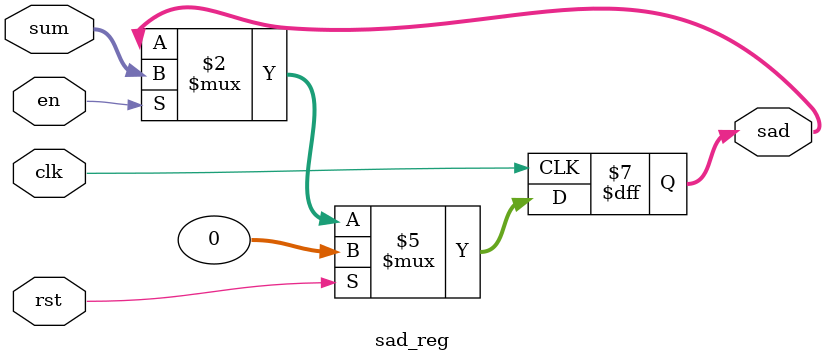
<source format=v>
`timescale 1ns / 1ps
module sad_reg(
    input rst,
	 input clk,
	 input en,
	 input [31:0] sum,
	 output reg [31:0] sad
	 );

	always @ (posedge clk) begin
		if (rst) sad <= 0;
		else begin
			if (en) begin
				sad <= sum;
			end
		end
	end

endmodule

</source>
